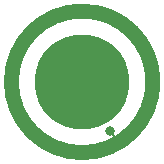
<source format=gbr>
%TF.GenerationSoftware,KiCad,Pcbnew,(7.0.0)*%
%TF.CreationDate,2023-04-09T22:25:14-07:00*%
%TF.ProjectId,RTCRework,52544352-6577-46f7-926b-2e6b69636164,rev?*%
%TF.SameCoordinates,Original*%
%TF.FileFunction,Copper,L2,Bot*%
%TF.FilePolarity,Positive*%
%FSLAX46Y46*%
G04 Gerber Fmt 4.6, Leading zero omitted, Abs format (unit mm)*
G04 Created by KiCad (PCBNEW (7.0.0)) date 2023-04-09 22:25:14*
%MOMM*%
%LPD*%
G01*
G04 APERTURE LIST*
%TA.AperFunction,NonConductor*%
%ADD10C,0.200000*%
%TD*%
%TA.AperFunction,NonConductor*%
%ADD11C,1.250000*%
%TD*%
%TA.AperFunction,SMDPad,CuDef*%
%ADD12C,8.000000*%
%TD*%
%TA.AperFunction,ViaPad*%
%ADD13C,0.800000*%
%TD*%
G04 APERTURE END LIST*
D10*
X52324000Y-54102000D02*
X52832000Y-54864000D01*
D11*
X56000000Y-50000000D02*
G75*
G03*
X56000000Y-50000000I-6000000J0D01*
G01*
D12*
%TO.P,J2,1,Pin_1*%
%TO.N,GND*%
X50000000Y-50000000D03*
%TD*%
D13*
%TO.N,GND*%
X50000000Y-50000000D03*
%TO.N,/RTCBATT*%
X52356887Y-54153735D03*
%TD*%
M02*

</source>
